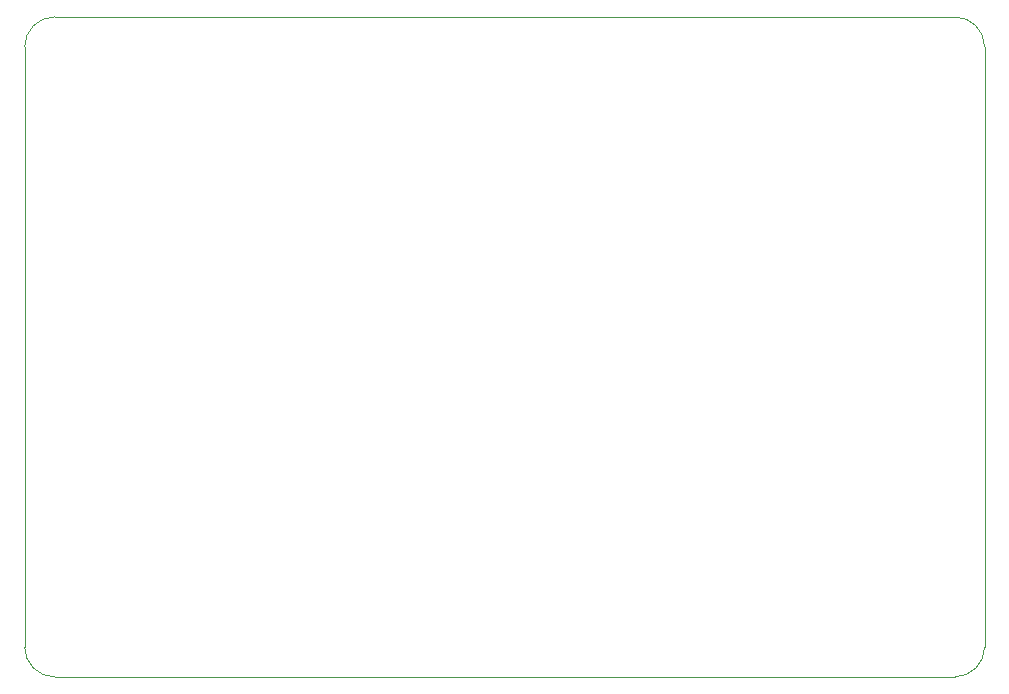
<source format=gbr>
%TF.GenerationSoftware,KiCad,Pcbnew,7.0.9*%
%TF.CreationDate,2025-10-08T14:44:38+03:00*%
%TF.ProjectId,signalgenerator-rounded,7369676e-616c-4676-956e-657261746f72,rev?*%
%TF.SameCoordinates,Original*%
%TF.FileFunction,Profile,NP*%
%FSLAX46Y46*%
G04 Gerber Fmt 4.6, Leading zero omitted, Abs format (unit mm)*
G04 Created by KiCad (PCBNEW 7.0.9) date 2025-10-08 14:44:38*
%MOMM*%
%LPD*%
G01*
G04 APERTURE LIST*
%TA.AperFunction,Profile*%
%ADD10C,0.100000*%
%TD*%
G04 APERTURE END LIST*
D10*
X22860000Y-78740000D02*
X25400000Y-78740000D01*
X22860000Y-22860000D02*
X25400000Y-22860000D01*
X22860000Y-22860000D02*
G75*
G03*
X20320000Y-25400000I0J-2540000D01*
G01*
X20320000Y-76200000D02*
G75*
G03*
X22860000Y-78740000I2540000J0D01*
G01*
X101600000Y-76200000D02*
X101600000Y-25400000D01*
X20320000Y-25400000D02*
X20320000Y-76200000D01*
X99060000Y-22860000D02*
X25400000Y-22860000D01*
X101600000Y-25400000D02*
G75*
G03*
X99060000Y-22860000I-2540000J0D01*
G01*
X25400000Y-78740000D02*
X99060000Y-78740000D01*
X99060000Y-78740000D02*
G75*
G03*
X101600000Y-76200000I0J2540000D01*
G01*
M02*

</source>
